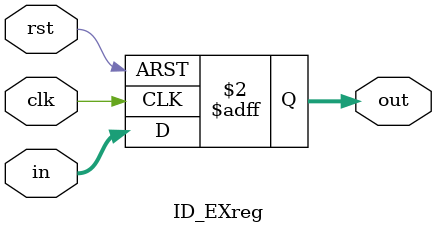
<source format=v>
module ID_EXreg (rst, clk, in, out);
	
	input rst, clk;
	input [160:0] in;

	output reg [160:0] out;

	always @(posedge clk, posedge rst)
	begin
		if(rst)
			out <= 161'd0;
		else 
			out <= in;

	end
endmodule
	

</source>
